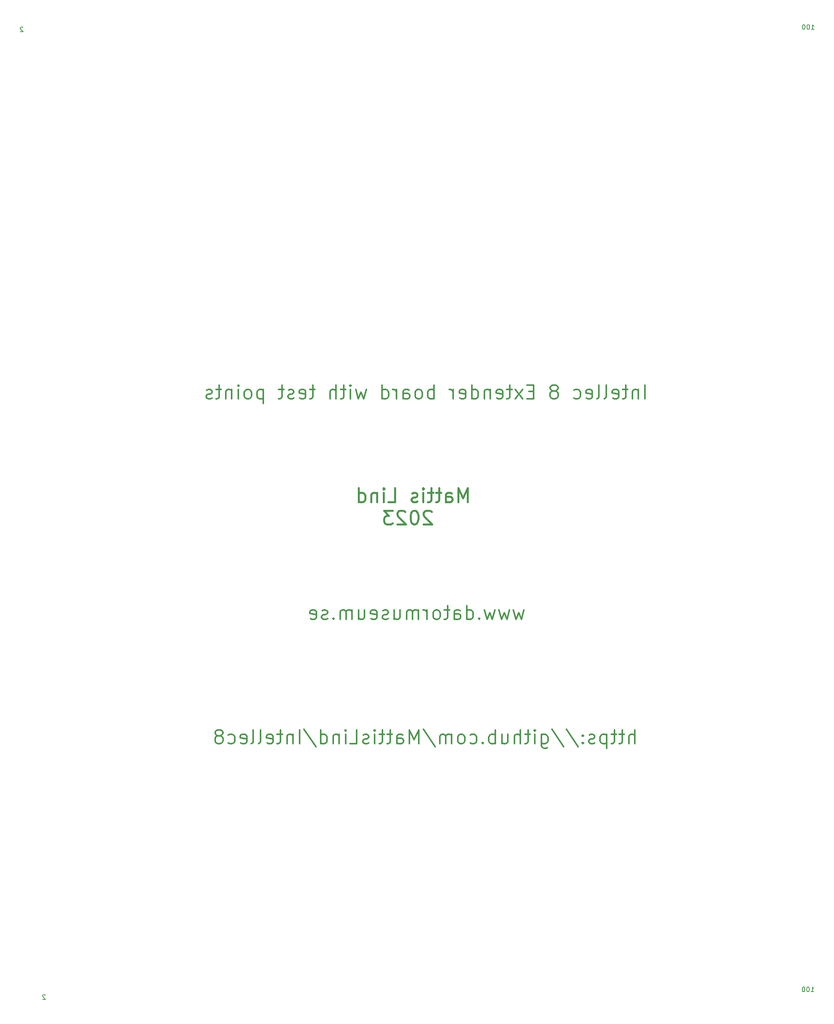
<source format=gbr>
%TF.GenerationSoftware,KiCad,Pcbnew,(6.0.9-0)*%
%TF.CreationDate,2023-01-29T21:50:32+01:00*%
%TF.ProjectId,Intellec8ExtenderBoard,496e7465-6c6c-4656-9338-457874656e64,rev?*%
%TF.SameCoordinates,Original*%
%TF.FileFunction,Legend,Bot*%
%TF.FilePolarity,Positive*%
%FSLAX46Y46*%
G04 Gerber Fmt 4.6, Leading zero omitted, Abs format (unit mm)*
G04 Created by KiCad (PCBNEW (6.0.9-0)) date 2023-01-29 21:50:32*
%MOMM*%
%LPD*%
G01*
G04 APERTURE LIST*
%ADD10C,0.150000*%
%ADD11C,0.300000*%
%ADD12C,0.450000*%
G04 APERTURE END LIST*
D10*
X267666666Y-117952380D02*
X268238095Y-117952380D01*
X267952380Y-117952380D02*
X267952380Y-116952380D01*
X268047619Y-117095238D01*
X268142857Y-117190476D01*
X268238095Y-117238095D01*
X267047619Y-116952380D02*
X266952380Y-116952380D01*
X266857142Y-117000000D01*
X266809523Y-117047619D01*
X266761904Y-117142857D01*
X266714285Y-117333333D01*
X266714285Y-117571428D01*
X266761904Y-117761904D01*
X266809523Y-117857142D01*
X266857142Y-117904761D01*
X266952380Y-117952380D01*
X267047619Y-117952380D01*
X267142857Y-117904761D01*
X267190476Y-117857142D01*
X267238095Y-117761904D01*
X267285714Y-117571428D01*
X267285714Y-117333333D01*
X267238095Y-117142857D01*
X267190476Y-117047619D01*
X267142857Y-117000000D01*
X267047619Y-116952380D01*
X266095238Y-116952380D02*
X266000000Y-116952380D01*
X265904761Y-117000000D01*
X265857142Y-117047619D01*
X265809523Y-117142857D01*
X265761904Y-117333333D01*
X265761904Y-117571428D01*
X265809523Y-117761904D01*
X265857142Y-117857142D01*
X265904761Y-117904761D01*
X266000000Y-117952380D01*
X266095238Y-117952380D01*
X266190476Y-117904761D01*
X266238095Y-117857142D01*
X266285714Y-117761904D01*
X266333333Y-117571428D01*
X266333333Y-117333333D01*
X266285714Y-117142857D01*
X266238095Y-117047619D01*
X266190476Y-117000000D01*
X266095238Y-116952380D01*
X96785714Y-117547619D02*
X96738095Y-117500000D01*
X96642857Y-117452380D01*
X96404761Y-117452380D01*
X96309523Y-117500000D01*
X96261904Y-117547619D01*
X96214285Y-117642857D01*
X96214285Y-117738095D01*
X96261904Y-117880952D01*
X96833333Y-118452380D01*
X96214285Y-118452380D01*
D11*
X229451571Y-272629142D02*
X229451571Y-269629142D01*
X228165857Y-272629142D02*
X228165857Y-271057714D01*
X228308714Y-270772000D01*
X228594428Y-270629142D01*
X229023000Y-270629142D01*
X229308714Y-270772000D01*
X229451571Y-270914857D01*
X227165857Y-270629142D02*
X226023000Y-270629142D01*
X226737285Y-269629142D02*
X226737285Y-272200571D01*
X226594428Y-272486285D01*
X226308714Y-272629142D01*
X226023000Y-272629142D01*
X225451571Y-270629142D02*
X224308714Y-270629142D01*
X225023000Y-269629142D02*
X225023000Y-272200571D01*
X224880142Y-272486285D01*
X224594428Y-272629142D01*
X224308714Y-272629142D01*
X223308714Y-270629142D02*
X223308714Y-273629142D01*
X223308714Y-270772000D02*
X223023000Y-270629142D01*
X222451571Y-270629142D01*
X222165857Y-270772000D01*
X222023000Y-270914857D01*
X221880142Y-271200571D01*
X221880142Y-272057714D01*
X222023000Y-272343428D01*
X222165857Y-272486285D01*
X222451571Y-272629142D01*
X223023000Y-272629142D01*
X223308714Y-272486285D01*
X220737285Y-272486285D02*
X220451571Y-272629142D01*
X219880142Y-272629142D01*
X219594428Y-272486285D01*
X219451571Y-272200571D01*
X219451571Y-272057714D01*
X219594428Y-271772000D01*
X219880142Y-271629142D01*
X220308714Y-271629142D01*
X220594428Y-271486285D01*
X220737285Y-271200571D01*
X220737285Y-271057714D01*
X220594428Y-270772000D01*
X220308714Y-270629142D01*
X219880142Y-270629142D01*
X219594428Y-270772000D01*
X218165857Y-272343428D02*
X218023000Y-272486285D01*
X218165857Y-272629142D01*
X218308714Y-272486285D01*
X218165857Y-272343428D01*
X218165857Y-272629142D01*
X218165857Y-270772000D02*
X218023000Y-270914857D01*
X218165857Y-271057714D01*
X218308714Y-270914857D01*
X218165857Y-270772000D01*
X218165857Y-271057714D01*
X214594428Y-269486285D02*
X217165857Y-273343428D01*
X211451571Y-269486285D02*
X214023000Y-273343428D01*
X209165857Y-270629142D02*
X209165857Y-273057714D01*
X209308714Y-273343428D01*
X209451571Y-273486285D01*
X209737285Y-273629142D01*
X210165857Y-273629142D01*
X210451571Y-273486285D01*
X209165857Y-272486285D02*
X209451571Y-272629142D01*
X210022999Y-272629142D01*
X210308714Y-272486285D01*
X210451571Y-272343428D01*
X210594428Y-272057714D01*
X210594428Y-271200571D01*
X210451571Y-270914857D01*
X210308714Y-270772000D01*
X210022999Y-270629142D01*
X209451571Y-270629142D01*
X209165857Y-270772000D01*
X207737285Y-272629142D02*
X207737285Y-270629142D01*
X207737285Y-269629142D02*
X207880142Y-269772000D01*
X207737285Y-269914857D01*
X207594428Y-269772000D01*
X207737285Y-269629142D01*
X207737285Y-269914857D01*
X206737285Y-270629142D02*
X205594428Y-270629142D01*
X206308714Y-269629142D02*
X206308714Y-272200571D01*
X206165857Y-272486285D01*
X205880142Y-272629142D01*
X205594428Y-272629142D01*
X204594428Y-272629142D02*
X204594428Y-269629142D01*
X203308714Y-272629142D02*
X203308714Y-271057714D01*
X203451571Y-270772000D01*
X203737285Y-270629142D01*
X204165857Y-270629142D01*
X204451571Y-270772000D01*
X204594428Y-270914857D01*
X200594428Y-270629142D02*
X200594428Y-272629142D01*
X201880142Y-270629142D02*
X201880142Y-272200571D01*
X201737285Y-272486285D01*
X201451571Y-272629142D01*
X201022999Y-272629142D01*
X200737285Y-272486285D01*
X200594428Y-272343428D01*
X199165857Y-272629142D02*
X199165857Y-269629142D01*
X199165857Y-270772000D02*
X198880142Y-270629142D01*
X198308714Y-270629142D01*
X198022999Y-270772000D01*
X197880142Y-270914857D01*
X197737285Y-271200571D01*
X197737285Y-272057714D01*
X197880142Y-272343428D01*
X198022999Y-272486285D01*
X198308714Y-272629142D01*
X198880142Y-272629142D01*
X199165857Y-272486285D01*
X196451571Y-272343428D02*
X196308714Y-272486285D01*
X196451571Y-272629142D01*
X196594428Y-272486285D01*
X196451571Y-272343428D01*
X196451571Y-272629142D01*
X193737285Y-272486285D02*
X194022999Y-272629142D01*
X194594428Y-272629142D01*
X194880142Y-272486285D01*
X195022999Y-272343428D01*
X195165857Y-272057714D01*
X195165857Y-271200571D01*
X195022999Y-270914857D01*
X194880142Y-270772000D01*
X194594428Y-270629142D01*
X194022999Y-270629142D01*
X193737285Y-270772000D01*
X192022999Y-272629142D02*
X192308714Y-272486285D01*
X192451571Y-272343428D01*
X192594428Y-272057714D01*
X192594428Y-271200571D01*
X192451571Y-270914857D01*
X192308714Y-270772000D01*
X192022999Y-270629142D01*
X191594428Y-270629142D01*
X191308714Y-270772000D01*
X191165857Y-270914857D01*
X191022999Y-271200571D01*
X191022999Y-272057714D01*
X191165857Y-272343428D01*
X191308714Y-272486285D01*
X191594428Y-272629142D01*
X192022999Y-272629142D01*
X189737285Y-272629142D02*
X189737285Y-270629142D01*
X189737285Y-270914857D02*
X189594428Y-270772000D01*
X189308714Y-270629142D01*
X188880142Y-270629142D01*
X188594428Y-270772000D01*
X188451571Y-271057714D01*
X188451571Y-272629142D01*
X188451571Y-271057714D02*
X188308714Y-270772000D01*
X188022999Y-270629142D01*
X187594428Y-270629142D01*
X187308714Y-270772000D01*
X187165857Y-271057714D01*
X187165857Y-272629142D01*
X183594428Y-269486285D02*
X186165857Y-273343428D01*
X182594428Y-272629142D02*
X182594428Y-269629142D01*
X181594428Y-271772000D01*
X180594428Y-269629142D01*
X180594428Y-272629142D01*
X177880142Y-272629142D02*
X177880142Y-271057714D01*
X178022999Y-270772000D01*
X178308714Y-270629142D01*
X178880142Y-270629142D01*
X179165857Y-270772000D01*
X177880142Y-272486285D02*
X178165857Y-272629142D01*
X178880142Y-272629142D01*
X179165857Y-272486285D01*
X179308714Y-272200571D01*
X179308714Y-271914857D01*
X179165857Y-271629142D01*
X178880142Y-271486285D01*
X178165857Y-271486285D01*
X177880142Y-271343428D01*
X176880142Y-270629142D02*
X175737285Y-270629142D01*
X176451571Y-269629142D02*
X176451571Y-272200571D01*
X176308714Y-272486285D01*
X176022999Y-272629142D01*
X175737285Y-272629142D01*
X175165857Y-270629142D02*
X174022999Y-270629142D01*
X174737285Y-269629142D02*
X174737285Y-272200571D01*
X174594428Y-272486285D01*
X174308714Y-272629142D01*
X174022999Y-272629142D01*
X173022999Y-272629142D02*
X173022999Y-270629142D01*
X173022999Y-269629142D02*
X173165857Y-269772000D01*
X173022999Y-269914857D01*
X172880142Y-269772000D01*
X173022999Y-269629142D01*
X173022999Y-269914857D01*
X171737285Y-272486285D02*
X171451571Y-272629142D01*
X170880142Y-272629142D01*
X170594428Y-272486285D01*
X170451571Y-272200571D01*
X170451571Y-272057714D01*
X170594428Y-271772000D01*
X170880142Y-271629142D01*
X171308714Y-271629142D01*
X171594428Y-271486285D01*
X171737285Y-271200571D01*
X171737285Y-271057714D01*
X171594428Y-270772000D01*
X171308714Y-270629142D01*
X170880142Y-270629142D01*
X170594428Y-270772000D01*
X167737285Y-272629142D02*
X169165857Y-272629142D01*
X169165857Y-269629142D01*
X166737285Y-272629142D02*
X166737285Y-270629142D01*
X166737285Y-269629142D02*
X166880142Y-269772000D01*
X166737285Y-269914857D01*
X166594428Y-269772000D01*
X166737285Y-269629142D01*
X166737285Y-269914857D01*
X165308714Y-270629142D02*
X165308714Y-272629142D01*
X165308714Y-270914857D02*
X165165857Y-270772000D01*
X164880142Y-270629142D01*
X164451571Y-270629142D01*
X164165857Y-270772000D01*
X164022999Y-271057714D01*
X164022999Y-272629142D01*
X161308714Y-272629142D02*
X161308714Y-269629142D01*
X161308714Y-272486285D02*
X161594428Y-272629142D01*
X162165857Y-272629142D01*
X162451571Y-272486285D01*
X162594428Y-272343428D01*
X162737285Y-272057714D01*
X162737285Y-271200571D01*
X162594428Y-270914857D01*
X162451571Y-270772000D01*
X162165857Y-270629142D01*
X161594428Y-270629142D01*
X161308714Y-270772000D01*
X157737285Y-269486285D02*
X160308714Y-273343428D01*
X156737285Y-272629142D02*
X156737285Y-269629142D01*
X155308714Y-270629142D02*
X155308714Y-272629142D01*
X155308714Y-270914857D02*
X155165857Y-270772000D01*
X154880142Y-270629142D01*
X154451571Y-270629142D01*
X154165857Y-270772000D01*
X154022999Y-271057714D01*
X154022999Y-272629142D01*
X153022999Y-270629142D02*
X151880142Y-270629142D01*
X152594428Y-269629142D02*
X152594428Y-272200571D01*
X152451571Y-272486285D01*
X152165857Y-272629142D01*
X151880142Y-272629142D01*
X149737285Y-272486285D02*
X150022999Y-272629142D01*
X150594428Y-272629142D01*
X150880142Y-272486285D01*
X151022999Y-272200571D01*
X151022999Y-271057714D01*
X150880142Y-270772000D01*
X150594428Y-270629142D01*
X150022999Y-270629142D01*
X149737285Y-270772000D01*
X149594428Y-271057714D01*
X149594428Y-271343428D01*
X151022999Y-271629142D01*
X147880142Y-272629142D02*
X148165857Y-272486285D01*
X148308714Y-272200571D01*
X148308714Y-269629142D01*
X146308714Y-272629142D02*
X146594428Y-272486285D01*
X146737285Y-272200571D01*
X146737285Y-269629142D01*
X144022999Y-272486285D02*
X144308714Y-272629142D01*
X144880142Y-272629142D01*
X145165857Y-272486285D01*
X145308714Y-272200571D01*
X145308714Y-271057714D01*
X145165857Y-270772000D01*
X144880142Y-270629142D01*
X144308714Y-270629142D01*
X144022999Y-270772000D01*
X143880142Y-271057714D01*
X143880142Y-271343428D01*
X145308714Y-271629142D01*
X141308714Y-272486285D02*
X141594428Y-272629142D01*
X142165857Y-272629142D01*
X142451571Y-272486285D01*
X142594428Y-272343428D01*
X142737285Y-272057714D01*
X142737285Y-271200571D01*
X142594428Y-270914857D01*
X142451571Y-270772000D01*
X142165857Y-270629142D01*
X141594428Y-270629142D01*
X141308714Y-270772000D01*
X139594428Y-270914857D02*
X139880142Y-270772000D01*
X140022999Y-270629142D01*
X140165857Y-270343428D01*
X140165857Y-270200571D01*
X140022999Y-269914857D01*
X139880142Y-269772000D01*
X139594428Y-269629142D01*
X139022999Y-269629142D01*
X138737285Y-269772000D01*
X138594428Y-269914857D01*
X138451571Y-270200571D01*
X138451571Y-270343428D01*
X138594428Y-270629142D01*
X138737285Y-270772000D01*
X139022999Y-270914857D01*
X139594428Y-270914857D01*
X139880142Y-271057714D01*
X140022999Y-271200571D01*
X140165857Y-271486285D01*
X140165857Y-272057714D01*
X140022999Y-272343428D01*
X139880142Y-272486285D01*
X139594428Y-272629142D01*
X139022999Y-272629142D01*
X138737285Y-272486285D01*
X138594428Y-272343428D01*
X138451571Y-272057714D01*
X138451571Y-271486285D01*
X138594428Y-271200571D01*
X138737285Y-271057714D01*
X139022999Y-270914857D01*
X205403714Y-243705142D02*
X204832285Y-245705142D01*
X204260857Y-244276571D01*
X203689428Y-245705142D01*
X203118000Y-243705142D01*
X202260857Y-243705142D02*
X201689428Y-245705142D01*
X201118000Y-244276571D01*
X200546571Y-245705142D01*
X199975142Y-243705142D01*
X199118000Y-243705142D02*
X198546571Y-245705142D01*
X197975142Y-244276571D01*
X197403714Y-245705142D01*
X196832285Y-243705142D01*
X195689428Y-245419428D02*
X195546571Y-245562285D01*
X195689428Y-245705142D01*
X195832285Y-245562285D01*
X195689428Y-245419428D01*
X195689428Y-245705142D01*
X192975142Y-245705142D02*
X192975142Y-242705142D01*
X192975142Y-245562285D02*
X193260857Y-245705142D01*
X193832285Y-245705142D01*
X194118000Y-245562285D01*
X194260857Y-245419428D01*
X194403714Y-245133714D01*
X194403714Y-244276571D01*
X194260857Y-243990857D01*
X194118000Y-243848000D01*
X193832285Y-243705142D01*
X193260857Y-243705142D01*
X192975142Y-243848000D01*
X190260857Y-245705142D02*
X190260857Y-244133714D01*
X190403714Y-243848000D01*
X190689428Y-243705142D01*
X191260857Y-243705142D01*
X191546571Y-243848000D01*
X190260857Y-245562285D02*
X190546571Y-245705142D01*
X191260857Y-245705142D01*
X191546571Y-245562285D01*
X191689428Y-245276571D01*
X191689428Y-244990857D01*
X191546571Y-244705142D01*
X191260857Y-244562285D01*
X190546571Y-244562285D01*
X190260857Y-244419428D01*
X189260857Y-243705142D02*
X188118000Y-243705142D01*
X188832285Y-242705142D02*
X188832285Y-245276571D01*
X188689428Y-245562285D01*
X188403714Y-245705142D01*
X188118000Y-245705142D01*
X186689428Y-245705142D02*
X186975142Y-245562285D01*
X187118000Y-245419428D01*
X187260857Y-245133714D01*
X187260857Y-244276571D01*
X187118000Y-243990857D01*
X186975142Y-243848000D01*
X186689428Y-243705142D01*
X186260857Y-243705142D01*
X185975142Y-243848000D01*
X185832285Y-243990857D01*
X185689428Y-244276571D01*
X185689428Y-245133714D01*
X185832285Y-245419428D01*
X185975142Y-245562285D01*
X186260857Y-245705142D01*
X186689428Y-245705142D01*
X184403714Y-245705142D02*
X184403714Y-243705142D01*
X184403714Y-244276571D02*
X184260857Y-243990857D01*
X184118000Y-243848000D01*
X183832285Y-243705142D01*
X183546571Y-243705142D01*
X182546571Y-245705142D02*
X182546571Y-243705142D01*
X182546571Y-243990857D02*
X182403714Y-243848000D01*
X182118000Y-243705142D01*
X181689428Y-243705142D01*
X181403714Y-243848000D01*
X181260857Y-244133714D01*
X181260857Y-245705142D01*
X181260857Y-244133714D02*
X181118000Y-243848000D01*
X180832285Y-243705142D01*
X180403714Y-243705142D01*
X180118000Y-243848000D01*
X179975142Y-244133714D01*
X179975142Y-245705142D01*
X177260857Y-243705142D02*
X177260857Y-245705142D01*
X178546571Y-243705142D02*
X178546571Y-245276571D01*
X178403714Y-245562285D01*
X178118000Y-245705142D01*
X177689428Y-245705142D01*
X177403714Y-245562285D01*
X177260857Y-245419428D01*
X175975142Y-245562285D02*
X175689428Y-245705142D01*
X175118000Y-245705142D01*
X174832285Y-245562285D01*
X174689428Y-245276571D01*
X174689428Y-245133714D01*
X174832285Y-244848000D01*
X175118000Y-244705142D01*
X175546571Y-244705142D01*
X175832285Y-244562285D01*
X175975142Y-244276571D01*
X175975142Y-244133714D01*
X175832285Y-243848000D01*
X175546571Y-243705142D01*
X175118000Y-243705142D01*
X174832285Y-243848000D01*
X172260857Y-245562285D02*
X172546571Y-245705142D01*
X173118000Y-245705142D01*
X173403714Y-245562285D01*
X173546571Y-245276571D01*
X173546571Y-244133714D01*
X173403714Y-243848000D01*
X173118000Y-243705142D01*
X172546571Y-243705142D01*
X172260857Y-243848000D01*
X172118000Y-244133714D01*
X172118000Y-244419428D01*
X173546571Y-244705142D01*
X169546571Y-243705142D02*
X169546571Y-245705142D01*
X170832285Y-243705142D02*
X170832285Y-245276571D01*
X170689428Y-245562285D01*
X170403714Y-245705142D01*
X169975142Y-245705142D01*
X169689428Y-245562285D01*
X169546571Y-245419428D01*
X168118000Y-245705142D02*
X168118000Y-243705142D01*
X168118000Y-243990857D02*
X167975142Y-243848000D01*
X167689428Y-243705142D01*
X167260857Y-243705142D01*
X166975142Y-243848000D01*
X166832285Y-244133714D01*
X166832285Y-245705142D01*
X166832285Y-244133714D02*
X166689428Y-243848000D01*
X166403714Y-243705142D01*
X165975142Y-243705142D01*
X165689428Y-243848000D01*
X165546571Y-244133714D01*
X165546571Y-245705142D01*
X164118000Y-245419428D02*
X163975142Y-245562285D01*
X164118000Y-245705142D01*
X164260857Y-245562285D01*
X164118000Y-245419428D01*
X164118000Y-245705142D01*
X162832285Y-245562285D02*
X162546571Y-245705142D01*
X161975142Y-245705142D01*
X161689428Y-245562285D01*
X161546571Y-245276571D01*
X161546571Y-245133714D01*
X161689428Y-244848000D01*
X161975142Y-244705142D01*
X162403714Y-244705142D01*
X162689428Y-244562285D01*
X162832285Y-244276571D01*
X162832285Y-244133714D01*
X162689428Y-243848000D01*
X162403714Y-243705142D01*
X161975142Y-243705142D01*
X161689428Y-243848000D01*
X159118000Y-245562285D02*
X159403714Y-245705142D01*
X159975142Y-245705142D01*
X160260857Y-245562285D01*
X160403714Y-245276571D01*
X160403714Y-244133714D01*
X160260857Y-243848000D01*
X159975142Y-243705142D01*
X159403714Y-243705142D01*
X159118000Y-243848000D01*
X158975142Y-244133714D01*
X158975142Y-244419428D01*
X160403714Y-244705142D01*
D12*
X193141571Y-220303142D02*
X193141571Y-217303142D01*
X192141571Y-219446000D01*
X191141571Y-217303142D01*
X191141571Y-220303142D01*
X188427285Y-220303142D02*
X188427285Y-218731714D01*
X188570142Y-218446000D01*
X188855857Y-218303142D01*
X189427285Y-218303142D01*
X189713000Y-218446000D01*
X188427285Y-220160285D02*
X188713000Y-220303142D01*
X189427285Y-220303142D01*
X189713000Y-220160285D01*
X189855857Y-219874571D01*
X189855857Y-219588857D01*
X189713000Y-219303142D01*
X189427285Y-219160285D01*
X188713000Y-219160285D01*
X188427285Y-219017428D01*
X187427285Y-218303142D02*
X186284428Y-218303142D01*
X186998714Y-217303142D02*
X186998714Y-219874571D01*
X186855857Y-220160285D01*
X186570142Y-220303142D01*
X186284428Y-220303142D01*
X185713000Y-218303142D02*
X184570142Y-218303142D01*
X185284428Y-217303142D02*
X185284428Y-219874571D01*
X185141571Y-220160285D01*
X184855857Y-220303142D01*
X184570142Y-220303142D01*
X183570142Y-220303142D02*
X183570142Y-218303142D01*
X183570142Y-217303142D02*
X183713000Y-217446000D01*
X183570142Y-217588857D01*
X183427285Y-217446000D01*
X183570142Y-217303142D01*
X183570142Y-217588857D01*
X182284428Y-220160285D02*
X181998714Y-220303142D01*
X181427285Y-220303142D01*
X181141571Y-220160285D01*
X180998714Y-219874571D01*
X180998714Y-219731714D01*
X181141571Y-219446000D01*
X181427285Y-219303142D01*
X181855857Y-219303142D01*
X182141571Y-219160285D01*
X182284428Y-218874571D01*
X182284428Y-218731714D01*
X182141571Y-218446000D01*
X181855857Y-218303142D01*
X181427285Y-218303142D01*
X181141571Y-218446000D01*
X175998714Y-220303142D02*
X177427285Y-220303142D01*
X177427285Y-217303142D01*
X174998714Y-220303142D02*
X174998714Y-218303142D01*
X174998714Y-217303142D02*
X175141571Y-217446000D01*
X174998714Y-217588857D01*
X174855857Y-217446000D01*
X174998714Y-217303142D01*
X174998714Y-217588857D01*
X173570142Y-218303142D02*
X173570142Y-220303142D01*
X173570142Y-218588857D02*
X173427285Y-218446000D01*
X173141571Y-218303142D01*
X172713000Y-218303142D01*
X172427285Y-218446000D01*
X172284428Y-218731714D01*
X172284428Y-220303142D01*
X169570142Y-220303142D02*
X169570142Y-217303142D01*
X169570142Y-220160285D02*
X169855857Y-220303142D01*
X170427285Y-220303142D01*
X170713000Y-220160285D01*
X170855857Y-220017428D01*
X170998714Y-219731714D01*
X170998714Y-218874571D01*
X170855857Y-218588857D01*
X170713000Y-218446000D01*
X170427285Y-218303142D01*
X169855857Y-218303142D01*
X169570142Y-218446000D01*
X185355857Y-222418857D02*
X185213000Y-222276000D01*
X184927285Y-222133142D01*
X184213000Y-222133142D01*
X183927285Y-222276000D01*
X183784428Y-222418857D01*
X183641571Y-222704571D01*
X183641571Y-222990285D01*
X183784428Y-223418857D01*
X185498714Y-225133142D01*
X183641571Y-225133142D01*
X181784428Y-222133142D02*
X181498714Y-222133142D01*
X181213000Y-222276000D01*
X181070142Y-222418857D01*
X180927285Y-222704571D01*
X180784428Y-223276000D01*
X180784428Y-223990285D01*
X180927285Y-224561714D01*
X181070142Y-224847428D01*
X181213000Y-224990285D01*
X181498714Y-225133142D01*
X181784428Y-225133142D01*
X182070142Y-224990285D01*
X182213000Y-224847428D01*
X182355857Y-224561714D01*
X182498714Y-223990285D01*
X182498714Y-223276000D01*
X182355857Y-222704571D01*
X182213000Y-222418857D01*
X182070142Y-222276000D01*
X181784428Y-222133142D01*
X179641571Y-222418857D02*
X179498714Y-222276000D01*
X179213000Y-222133142D01*
X178498714Y-222133142D01*
X178213000Y-222276000D01*
X178070142Y-222418857D01*
X177927285Y-222704571D01*
X177927285Y-222990285D01*
X178070142Y-223418857D01*
X179784428Y-225133142D01*
X177927285Y-225133142D01*
X176927285Y-222133142D02*
X175070142Y-222133142D01*
X176070142Y-223276000D01*
X175641571Y-223276000D01*
X175355857Y-223418857D01*
X175213000Y-223561714D01*
X175070142Y-223847428D01*
X175070142Y-224561714D01*
X175213000Y-224847428D01*
X175355857Y-224990285D01*
X175641571Y-225133142D01*
X176498714Y-225133142D01*
X176784428Y-224990285D01*
X176927285Y-224847428D01*
D11*
X231650000Y-197953142D02*
X231650000Y-194953142D01*
X230221428Y-195953142D02*
X230221428Y-197953142D01*
X230221428Y-196238857D02*
X230078571Y-196096000D01*
X229792857Y-195953142D01*
X229364285Y-195953142D01*
X229078571Y-196096000D01*
X228935714Y-196381714D01*
X228935714Y-197953142D01*
X227935714Y-195953142D02*
X226792857Y-195953142D01*
X227507142Y-194953142D02*
X227507142Y-197524571D01*
X227364285Y-197810285D01*
X227078571Y-197953142D01*
X226792857Y-197953142D01*
X224650000Y-197810285D02*
X224935714Y-197953142D01*
X225507142Y-197953142D01*
X225792857Y-197810285D01*
X225935714Y-197524571D01*
X225935714Y-196381714D01*
X225792857Y-196096000D01*
X225507142Y-195953142D01*
X224935714Y-195953142D01*
X224650000Y-196096000D01*
X224507142Y-196381714D01*
X224507142Y-196667428D01*
X225935714Y-196953142D01*
X222792857Y-197953142D02*
X223078571Y-197810285D01*
X223221428Y-197524571D01*
X223221428Y-194953142D01*
X221221428Y-197953142D02*
X221507142Y-197810285D01*
X221650000Y-197524571D01*
X221650000Y-194953142D01*
X218935714Y-197810285D02*
X219221428Y-197953142D01*
X219792857Y-197953142D01*
X220078571Y-197810285D01*
X220221428Y-197524571D01*
X220221428Y-196381714D01*
X220078571Y-196096000D01*
X219792857Y-195953142D01*
X219221428Y-195953142D01*
X218935714Y-196096000D01*
X218792857Y-196381714D01*
X218792857Y-196667428D01*
X220221428Y-196953142D01*
X216221428Y-197810285D02*
X216507142Y-197953142D01*
X217078571Y-197953142D01*
X217364285Y-197810285D01*
X217507142Y-197667428D01*
X217650000Y-197381714D01*
X217650000Y-196524571D01*
X217507142Y-196238857D01*
X217364285Y-196096000D01*
X217078571Y-195953142D01*
X216507142Y-195953142D01*
X216221428Y-196096000D01*
X212221428Y-196238857D02*
X212507142Y-196096000D01*
X212650000Y-195953142D01*
X212792857Y-195667428D01*
X212792857Y-195524571D01*
X212650000Y-195238857D01*
X212507142Y-195096000D01*
X212221428Y-194953142D01*
X211650000Y-194953142D01*
X211364285Y-195096000D01*
X211221428Y-195238857D01*
X211078571Y-195524571D01*
X211078571Y-195667428D01*
X211221428Y-195953142D01*
X211364285Y-196096000D01*
X211650000Y-196238857D01*
X212221428Y-196238857D01*
X212507142Y-196381714D01*
X212650000Y-196524571D01*
X212792857Y-196810285D01*
X212792857Y-197381714D01*
X212650000Y-197667428D01*
X212507142Y-197810285D01*
X212221428Y-197953142D01*
X211650000Y-197953142D01*
X211364285Y-197810285D01*
X211221428Y-197667428D01*
X211078571Y-197381714D01*
X211078571Y-196810285D01*
X211221428Y-196524571D01*
X211364285Y-196381714D01*
X211650000Y-196238857D01*
X207507142Y-196381714D02*
X206507142Y-196381714D01*
X206078571Y-197953142D02*
X207507142Y-197953142D01*
X207507142Y-194953142D01*
X206078571Y-194953142D01*
X205078571Y-197953142D02*
X203507142Y-195953142D01*
X205078571Y-195953142D02*
X203507142Y-197953142D01*
X202792857Y-195953142D02*
X201650000Y-195953142D01*
X202364285Y-194953142D02*
X202364285Y-197524571D01*
X202221428Y-197810285D01*
X201935714Y-197953142D01*
X201650000Y-197953142D01*
X199507142Y-197810285D02*
X199792857Y-197953142D01*
X200364285Y-197953142D01*
X200650000Y-197810285D01*
X200792857Y-197524571D01*
X200792857Y-196381714D01*
X200650000Y-196096000D01*
X200364285Y-195953142D01*
X199792857Y-195953142D01*
X199507142Y-196096000D01*
X199364285Y-196381714D01*
X199364285Y-196667428D01*
X200792857Y-196953142D01*
X198078571Y-195953142D02*
X198078571Y-197953142D01*
X198078571Y-196238857D02*
X197935714Y-196096000D01*
X197650000Y-195953142D01*
X197221428Y-195953142D01*
X196935714Y-196096000D01*
X196792857Y-196381714D01*
X196792857Y-197953142D01*
X194078571Y-197953142D02*
X194078571Y-194953142D01*
X194078571Y-197810285D02*
X194364285Y-197953142D01*
X194935714Y-197953142D01*
X195221428Y-197810285D01*
X195364285Y-197667428D01*
X195507142Y-197381714D01*
X195507142Y-196524571D01*
X195364285Y-196238857D01*
X195221428Y-196096000D01*
X194935714Y-195953142D01*
X194364285Y-195953142D01*
X194078571Y-196096000D01*
X191507142Y-197810285D02*
X191792857Y-197953142D01*
X192364285Y-197953142D01*
X192650000Y-197810285D01*
X192792857Y-197524571D01*
X192792857Y-196381714D01*
X192650000Y-196096000D01*
X192364285Y-195953142D01*
X191792857Y-195953142D01*
X191507142Y-196096000D01*
X191364285Y-196381714D01*
X191364285Y-196667428D01*
X192792857Y-196953142D01*
X190078571Y-197953142D02*
X190078571Y-195953142D01*
X190078571Y-196524571D02*
X189935714Y-196238857D01*
X189792857Y-196096000D01*
X189507142Y-195953142D01*
X189221428Y-195953142D01*
X185935714Y-197953142D02*
X185935714Y-194953142D01*
X185935714Y-196096000D02*
X185650000Y-195953142D01*
X185078571Y-195953142D01*
X184792857Y-196096000D01*
X184650000Y-196238857D01*
X184507142Y-196524571D01*
X184507142Y-197381714D01*
X184650000Y-197667428D01*
X184792857Y-197810285D01*
X185078571Y-197953142D01*
X185650000Y-197953142D01*
X185935714Y-197810285D01*
X182792857Y-197953142D02*
X183078571Y-197810285D01*
X183221428Y-197667428D01*
X183364285Y-197381714D01*
X183364285Y-196524571D01*
X183221428Y-196238857D01*
X183078571Y-196096000D01*
X182792857Y-195953142D01*
X182364285Y-195953142D01*
X182078571Y-196096000D01*
X181935714Y-196238857D01*
X181792857Y-196524571D01*
X181792857Y-197381714D01*
X181935714Y-197667428D01*
X182078571Y-197810285D01*
X182364285Y-197953142D01*
X182792857Y-197953142D01*
X179221428Y-197953142D02*
X179221428Y-196381714D01*
X179364285Y-196096000D01*
X179650000Y-195953142D01*
X180221428Y-195953142D01*
X180507142Y-196096000D01*
X179221428Y-197810285D02*
X179507142Y-197953142D01*
X180221428Y-197953142D01*
X180507142Y-197810285D01*
X180650000Y-197524571D01*
X180650000Y-197238857D01*
X180507142Y-196953142D01*
X180221428Y-196810285D01*
X179507142Y-196810285D01*
X179221428Y-196667428D01*
X177792857Y-197953142D02*
X177792857Y-195953142D01*
X177792857Y-196524571D02*
X177650000Y-196238857D01*
X177507142Y-196096000D01*
X177221428Y-195953142D01*
X176935714Y-195953142D01*
X174650000Y-197953142D02*
X174650000Y-194953142D01*
X174650000Y-197810285D02*
X174935714Y-197953142D01*
X175507142Y-197953142D01*
X175792857Y-197810285D01*
X175935714Y-197667428D01*
X176078571Y-197381714D01*
X176078571Y-196524571D01*
X175935714Y-196238857D01*
X175792857Y-196096000D01*
X175507142Y-195953142D01*
X174935714Y-195953142D01*
X174650000Y-196096000D01*
X171221428Y-195953142D02*
X170650000Y-197953142D01*
X170078571Y-196524571D01*
X169507142Y-197953142D01*
X168935714Y-195953142D01*
X167792857Y-197953142D02*
X167792857Y-195953142D01*
X167792857Y-194953142D02*
X167935714Y-195096000D01*
X167792857Y-195238857D01*
X167650000Y-195096000D01*
X167792857Y-194953142D01*
X167792857Y-195238857D01*
X166792857Y-195953142D02*
X165650000Y-195953142D01*
X166364285Y-194953142D02*
X166364285Y-197524571D01*
X166221428Y-197810285D01*
X165935714Y-197953142D01*
X165650000Y-197953142D01*
X164650000Y-197953142D02*
X164650000Y-194953142D01*
X163364285Y-197953142D02*
X163364285Y-196381714D01*
X163507142Y-196096000D01*
X163792857Y-195953142D01*
X164221428Y-195953142D01*
X164507142Y-196096000D01*
X164650000Y-196238857D01*
X160078571Y-195953142D02*
X158935714Y-195953142D01*
X159650000Y-194953142D02*
X159650000Y-197524571D01*
X159507142Y-197810285D01*
X159221428Y-197953142D01*
X158935714Y-197953142D01*
X156792857Y-197810285D02*
X157078571Y-197953142D01*
X157650000Y-197953142D01*
X157935714Y-197810285D01*
X158078571Y-197524571D01*
X158078571Y-196381714D01*
X157935714Y-196096000D01*
X157650000Y-195953142D01*
X157078571Y-195953142D01*
X156792857Y-196096000D01*
X156650000Y-196381714D01*
X156650000Y-196667428D01*
X158078571Y-196953142D01*
X155507142Y-197810285D02*
X155221428Y-197953142D01*
X154650000Y-197953142D01*
X154364285Y-197810285D01*
X154221428Y-197524571D01*
X154221428Y-197381714D01*
X154364285Y-197096000D01*
X154650000Y-196953142D01*
X155078571Y-196953142D01*
X155364285Y-196810285D01*
X155507142Y-196524571D01*
X155507142Y-196381714D01*
X155364285Y-196096000D01*
X155078571Y-195953142D01*
X154650000Y-195953142D01*
X154364285Y-196096000D01*
X153364285Y-195953142D02*
X152221428Y-195953142D01*
X152935714Y-194953142D02*
X152935714Y-197524571D01*
X152792857Y-197810285D01*
X152507142Y-197953142D01*
X152221428Y-197953142D01*
X148935714Y-195953142D02*
X148935714Y-198953142D01*
X148935714Y-196096000D02*
X148650000Y-195953142D01*
X148078571Y-195953142D01*
X147792857Y-196096000D01*
X147650000Y-196238857D01*
X147507142Y-196524571D01*
X147507142Y-197381714D01*
X147650000Y-197667428D01*
X147792857Y-197810285D01*
X148078571Y-197953142D01*
X148650000Y-197953142D01*
X148935714Y-197810285D01*
X145792857Y-197953142D02*
X146078571Y-197810285D01*
X146221428Y-197667428D01*
X146364285Y-197381714D01*
X146364285Y-196524571D01*
X146221428Y-196238857D01*
X146078571Y-196096000D01*
X145792857Y-195953142D01*
X145364285Y-195953142D01*
X145078571Y-196096000D01*
X144935714Y-196238857D01*
X144792857Y-196524571D01*
X144792857Y-197381714D01*
X144935714Y-197667428D01*
X145078571Y-197810285D01*
X145364285Y-197953142D01*
X145792857Y-197953142D01*
X143507142Y-197953142D02*
X143507142Y-195953142D01*
X143507142Y-194953142D02*
X143650000Y-195096000D01*
X143507142Y-195238857D01*
X143364285Y-195096000D01*
X143507142Y-194953142D01*
X143507142Y-195238857D01*
X142078571Y-195953142D02*
X142078571Y-197953142D01*
X142078571Y-196238857D02*
X141935714Y-196096000D01*
X141650000Y-195953142D01*
X141221428Y-195953142D01*
X140935714Y-196096000D01*
X140792857Y-196381714D01*
X140792857Y-197953142D01*
X139792857Y-195953142D02*
X138650000Y-195953142D01*
X139364285Y-194953142D02*
X139364285Y-197524571D01*
X139221428Y-197810285D01*
X138935714Y-197953142D01*
X138650000Y-197953142D01*
X137792857Y-197810285D02*
X137507142Y-197953142D01*
X136935714Y-197953142D01*
X136650000Y-197810285D01*
X136507142Y-197524571D01*
X136507142Y-197381714D01*
X136650000Y-197096000D01*
X136935714Y-196953142D01*
X137364285Y-196953142D01*
X137650000Y-196810285D01*
X137792857Y-196524571D01*
X137792857Y-196381714D01*
X137650000Y-196096000D01*
X137364285Y-195953142D01*
X136935714Y-195953142D01*
X136650000Y-196096000D01*
D10*
X101631714Y-327080619D02*
X101584095Y-327033000D01*
X101488857Y-326985380D01*
X101250761Y-326985380D01*
X101155523Y-327033000D01*
X101107904Y-327080619D01*
X101060285Y-327175857D01*
X101060285Y-327271095D01*
X101107904Y-327413952D01*
X101679333Y-327985380D01*
X101060285Y-327985380D01*
X267620666Y-326334380D02*
X268192095Y-326334380D01*
X267906380Y-326334380D02*
X267906380Y-325334380D01*
X268001619Y-325477238D01*
X268096857Y-325572476D01*
X268192095Y-325620095D01*
X267001619Y-325334380D02*
X266906380Y-325334380D01*
X266811142Y-325382000D01*
X266763523Y-325429619D01*
X266715904Y-325524857D01*
X266668285Y-325715333D01*
X266668285Y-325953428D01*
X266715904Y-326143904D01*
X266763523Y-326239142D01*
X266811142Y-326286761D01*
X266906380Y-326334380D01*
X267001619Y-326334380D01*
X267096857Y-326286761D01*
X267144476Y-326239142D01*
X267192095Y-326143904D01*
X267239714Y-325953428D01*
X267239714Y-325715333D01*
X267192095Y-325524857D01*
X267144476Y-325429619D01*
X267096857Y-325382000D01*
X267001619Y-325334380D01*
X266049238Y-325334380D02*
X265954000Y-325334380D01*
X265858761Y-325382000D01*
X265811142Y-325429619D01*
X265763523Y-325524857D01*
X265715904Y-325715333D01*
X265715904Y-325953428D01*
X265763523Y-326143904D01*
X265811142Y-326239142D01*
X265858761Y-326286761D01*
X265954000Y-326334380D01*
X266049238Y-326334380D01*
X266144476Y-326286761D01*
X266192095Y-326239142D01*
X266239714Y-326143904D01*
X266287333Y-325953428D01*
X266287333Y-325715333D01*
X266239714Y-325524857D01*
X266192095Y-325429619D01*
X266144476Y-325382000D01*
X266049238Y-325334380D01*
M02*

</source>
